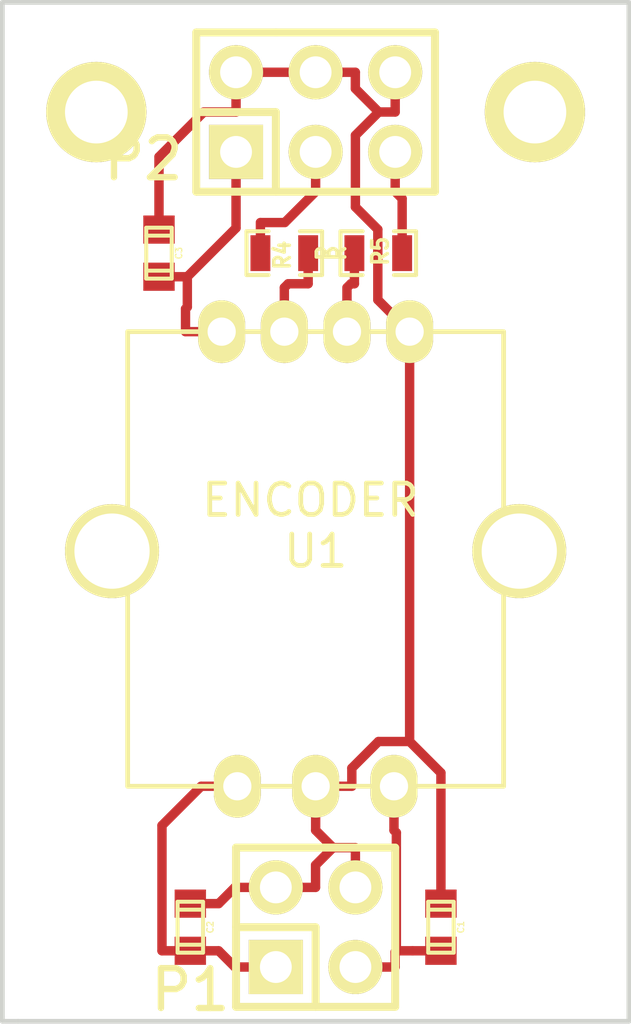
<source format=kicad_pcb>
(kicad_pcb (version 3) (host pcbnew "(2014-04-07 BZR 4791)-product")

  (general
    (links 19)
    (no_connects 0)
    (area 136.831118 83.12092 160.570203 120.2446)
    (thickness 1.6)
    (drawings 5)
    (tracks 70)
    (zones 0)
    (modules 10)
    (nets 11)
  )

  (page A4)
  (layers
    (15 F.Cu signal)
    (0 B.Cu signal)
    (16 B.Adhes user)
    (17 F.Adhes user)
    (18 B.Paste user)
    (19 F.Paste user)
    (20 B.SilkS user)
    (21 F.SilkS user)
    (22 B.Mask user)
    (23 F.Mask user)
    (24 Dwgs.User user)
    (25 Cmts.User user)
    (26 Eco1.User user)
    (27 Eco2.User user)
    (28 Edge.Cuts user)
  )

  (setup
    (last_trace_width 0.3)
    (trace_clearance 0.254)
    (zone_clearance 0.508)
    (zone_45_only no)
    (trace_min 0.254)
    (segment_width 0.2)
    (edge_width 0.15)
    (via_size 0.889)
    (via_drill 0.635)
    (via_min_size 0.889)
    (via_min_drill 0.508)
    (uvia_size 0.508)
    (uvia_drill 0.127)
    (uvias_allowed no)
    (uvia_min_size 0.508)
    (uvia_min_drill 0.127)
    (pcb_text_width 0.3)
    (pcb_text_size 1 1)
    (mod_edge_width 0.15)
    (mod_text_size 1 1)
    (mod_text_width 0.15)
    (pad_size 3.2004 3.2004)
    (pad_drill 2)
    (pad_to_mask_clearance 0)
    (aux_axis_origin 0 0)
    (visible_elements FFFFFF7F)
    (pcbplotparams
      (layerselection 270565376)
      (usegerberextensions true)
      (excludeedgelayer true)
      (linewidth 0.150000)
      (plotframeref false)
      (viasonmask false)
      (mode 1)
      (useauxorigin false)
      (hpglpennumber 1)
      (hpglpenspeed 20)
      (hpglpendiameter 15)
      (hpglpenoverlay 2)
      (psnegative false)
      (psa4output false)
      (plotreference true)
      (plotvalue true)
      (plotothertext true)
      (plotinvisibletext false)
      (padsonsilk false)
      (subtractmaskfromsilk false)
      (outputformat 1)
      (mirror false)
      (drillshape 0)
      (scaleselection 1)
      (outputdirectory ENCO_OUT/))
  )

  (net 0 "")
  (net 1 GND)
  (net 2 "Net-(C1-Pad1)")
  (net 3 "Net-(C2-Pad1)")
  (net 4 "Net-(C3-Pad1)")
  (net 5 "Net-(R4-Pad1)")
  (net 6 "Net-(R5-Pad1)")
  (net 7 "Net-(P2-Pad3)")
  (net 8 "Net-(P2-Pad5)")
  (net 9 "Net-(P3-Pad1)")
  (net 10 "Net-(P4-Pad1)")

  (net_class Default "This is the default net class."
    (clearance 0.254)
    (trace_width 0.3)
    (via_dia 0.889)
    (via_drill 0.635)
    (uvia_dia 0.508)
    (uvia_drill 0.127)
    (add_net GND)
    (add_net "Net-(C1-Pad1)")
    (add_net "Net-(C2-Pad1)")
    (add_net "Net-(C3-Pad1)")
    (add_net "Net-(P2-Pad3)")
    (add_net "Net-(P2-Pad5)")
    (add_net "Net-(P3-Pad1)")
    (add_net "Net-(P4-Pad1)")
    (add_net "Net-(R4-Pad1)")
    (add_net "Net-(R5-Pad1)")
  )

  (module Capacitors_SMD:c_0603 (layer F.Cu) (tedit 5300EF41) (tstamp 5300EFB2)
    (at 152.5 117 270)
    (descr "SMT capacitor, 0603")
    (path /5300EC97)
    (fp_text reference C1 (at 0 -0.635 270) (layer F.SilkS)
      (effects (font (size 0.20066 0.20066) (thickness 0.04064)))
    )
    (fp_text value C (at 0 0.635 270) (layer F.SilkS) hide
      (effects (font (size 0.20066 0.20066) (thickness 0.04064)))
    )
    (fp_line (start 0.5588 0.4064) (end 0.5588 -0.4064) (layer F.SilkS) (width 0.127))
    (fp_line (start -0.5588 -0.381) (end -0.5588 0.4064) (layer F.SilkS) (width 0.127))
    (fp_line (start -0.8128 -0.4064) (end 0.8128 -0.4064) (layer F.SilkS) (width 0.127))
    (fp_line (start 0.8128 -0.4064) (end 0.8128 0.4064) (layer F.SilkS) (width 0.127))
    (fp_line (start 0.8128 0.4064) (end -0.8128 0.4064) (layer F.SilkS) (width 0.127))
    (fp_line (start -0.8128 0.4064) (end -0.8128 -0.4064) (layer F.SilkS) (width 0.127))
    (pad 1 smd rect (at 0.75184 0 270) (size 0.89916 1.00076) (layers F.Cu F.Paste F.Mask)
      (net 2 "Net-(C1-Pad1)"))
    (pad 2 smd rect (at -0.75184 0 270) (size 0.89916 1.00076) (layers F.Cu F.Paste F.Mask)
      (net 1 GND))
    (model smd/capacitors/c_0603.wrl
      (at (xyz 0 0 0))
      (scale (xyz 1 1 1))
      (rotate (xyz 0 0 0))
    )
  )

  (module Capacitors_SMD:c_0603 (layer F.Cu) (tedit 5300EF41) (tstamp 5300EFBE)
    (at 144.5 117 270)
    (descr "SMT capacitor, 0603")
    (path /5300ECA2)
    (fp_text reference C2 (at 0 -0.635 270) (layer F.SilkS)
      (effects (font (size 0.20066 0.20066) (thickness 0.04064)))
    )
    (fp_text value C (at 0 0.635 270) (layer F.SilkS) hide
      (effects (font (size 0.20066 0.20066) (thickness 0.04064)))
    )
    (fp_line (start 0.5588 0.4064) (end 0.5588 -0.4064) (layer F.SilkS) (width 0.127))
    (fp_line (start -0.5588 -0.381) (end -0.5588 0.4064) (layer F.SilkS) (width 0.127))
    (fp_line (start -0.8128 -0.4064) (end 0.8128 -0.4064) (layer F.SilkS) (width 0.127))
    (fp_line (start 0.8128 -0.4064) (end 0.8128 0.4064) (layer F.SilkS) (width 0.127))
    (fp_line (start 0.8128 0.4064) (end -0.8128 0.4064) (layer F.SilkS) (width 0.127))
    (fp_line (start -0.8128 0.4064) (end -0.8128 -0.4064) (layer F.SilkS) (width 0.127))
    (pad 1 smd rect (at 0.75184 0 270) (size 0.89916 1.00076) (layers F.Cu F.Paste F.Mask)
      (net 3 "Net-(C2-Pad1)"))
    (pad 2 smd rect (at -0.75184 0 270) (size 0.89916 1.00076) (layers F.Cu F.Paste F.Mask)
      (net 1 GND))
    (model smd/capacitors/c_0603.wrl
      (at (xyz 0 0 0))
      (scale (xyz 1 1 1))
      (rotate (xyz 0 0 0))
    )
  )

  (module Capacitors_SMD:c_0603 (layer F.Cu) (tedit 5300EF41) (tstamp 5300EFCA)
    (at 143.5 95.5 270)
    (descr "SMT capacitor, 0603")
    (path /5300EB0E)
    (fp_text reference C3 (at 0 -0.635 270) (layer F.SilkS)
      (effects (font (size 0.20066 0.20066) (thickness 0.04064)))
    )
    (fp_text value C (at 0 0.635 270) (layer F.SilkS) hide
      (effects (font (size 0.20066 0.20066) (thickness 0.04064)))
    )
    (fp_line (start 0.5588 0.4064) (end 0.5588 -0.4064) (layer F.SilkS) (width 0.127))
    (fp_line (start -0.5588 -0.381) (end -0.5588 0.4064) (layer F.SilkS) (width 0.127))
    (fp_line (start -0.8128 -0.4064) (end 0.8128 -0.4064) (layer F.SilkS) (width 0.127))
    (fp_line (start 0.8128 -0.4064) (end 0.8128 0.4064) (layer F.SilkS) (width 0.127))
    (fp_line (start 0.8128 0.4064) (end -0.8128 0.4064) (layer F.SilkS) (width 0.127))
    (fp_line (start -0.8128 0.4064) (end -0.8128 -0.4064) (layer F.SilkS) (width 0.127))
    (pad 1 smd rect (at 0.75184 0 270) (size 0.89916 1.00076) (layers F.Cu F.Paste F.Mask)
      (net 4 "Net-(C3-Pad1)"))
    (pad 2 smd rect (at -0.75184 0 270) (size 0.89916 1.00076) (layers F.Cu F.Paste F.Mask)
      (net 1 GND))
    (model smd/capacitors/c_0603.wrl
      (at (xyz 0 0 0))
      (scale (xyz 1 1 1))
      (rotate (xyz 0 0 0))
    )
  )

  (module SMD_Packages:SM0603_Resistor (layer F.Cu) (tedit 5300EF40) (tstamp 5300F013)
    (at 147.5 95.5 180)
    (path /5300EA42)
    (attr smd)
    (fp_text reference R4 (at 0.0635 -0.0635 270) (layer F.SilkS)
      (effects (font (size 0.50038 0.4572) (thickness 0.1143)))
    )
    (fp_text value R (at -1.69926 0 270) (layer F.SilkS)
      (effects (font (size 0.508 0.4572) (thickness 0.1143)))
    )
    (fp_line (start -0.50038 -0.6985) (end -1.2065 -0.6985) (layer F.SilkS) (width 0.127))
    (fp_line (start -1.2065 -0.6985) (end -1.2065 0.6985) (layer F.SilkS) (width 0.127))
    (fp_line (start -1.2065 0.6985) (end -0.50038 0.6985) (layer F.SilkS) (width 0.127))
    (fp_line (start 1.2065 -0.6985) (end 0.50038 -0.6985) (layer F.SilkS) (width 0.127))
    (fp_line (start 1.2065 -0.6985) (end 1.2065 0.6985) (layer F.SilkS) (width 0.127))
    (fp_line (start 1.2065 0.6985) (end 0.50038 0.6985) (layer F.SilkS) (width 0.127))
    (pad 1 smd rect (at -0.762 0 180) (size 0.635 1.143) (layers F.Cu F.Paste F.Mask)
      (net 5 "Net-(R4-Pad1)"))
    (pad 2 smd rect (at 0.762 0 180) (size 0.635 1.143) (layers F.Cu F.Paste F.Mask)
      (net 7 "Net-(P2-Pad3)"))
    (model smd\resistors\R0603.wrl
      (at (xyz 0 0 0.001))
      (scale (xyz 0.5 0.5 0.5))
      (rotate (xyz 0 0 0))
    )
  )

  (module SMD_Packages:SM0603_Resistor (layer F.Cu) (tedit 5300EF40) (tstamp 5300F01F)
    (at 150.5 95.5)
    (path /5300EA09)
    (attr smd)
    (fp_text reference R5 (at 0.0635 -0.0635 90) (layer F.SilkS)
      (effects (font (size 0.50038 0.4572) (thickness 0.1143)))
    )
    (fp_text value R (at -1.69926 0 90) (layer F.SilkS)
      (effects (font (size 0.508 0.4572) (thickness 0.1143)))
    )
    (fp_line (start -0.50038 -0.6985) (end -1.2065 -0.6985) (layer F.SilkS) (width 0.127))
    (fp_line (start -1.2065 -0.6985) (end -1.2065 0.6985) (layer F.SilkS) (width 0.127))
    (fp_line (start -1.2065 0.6985) (end -0.50038 0.6985) (layer F.SilkS) (width 0.127))
    (fp_line (start 1.2065 -0.6985) (end 0.50038 -0.6985) (layer F.SilkS) (width 0.127))
    (fp_line (start 1.2065 -0.6985) (end 1.2065 0.6985) (layer F.SilkS) (width 0.127))
    (fp_line (start 1.2065 0.6985) (end 0.50038 0.6985) (layer F.SilkS) (width 0.127))
    (pad 1 smd rect (at -0.762 0) (size 0.635 1.143) (layers F.Cu F.Paste F.Mask)
      (net 6 "Net-(R5-Pad1)"))
    (pad 2 smd rect (at 0.762 0) (size 0.635 1.143) (layers F.Cu F.Paste F.Mask)
      (net 8 "Net-(P2-Pad5)"))
    (model smd\resistors\R0603.wrl
      (at (xyz 0 0 0.001))
      (scale (xyz 0.5 0.5 0.5))
      (rotate (xyz 0 0 0))
    )
  )

  (module fg_footprints:MERP12_2412BG (layer F.Cu) (tedit 5300F1EB) (tstamp 5300F030)
    (at 148.501 105.004)
    (path /5300E8DF)
    (fp_text reference U1 (at 0 0) (layer F.SilkS)
      (effects (font (size 1 1) (thickness 0.15)))
    )
    (fp_text value ENCODER (at -0.1651 -1.6256) (layer F.SilkS)
      (effects (font (size 1 1) (thickness 0.15)))
    )
    (fp_line (start -6 -7) (end 6 -7) (layer F.SilkS) (width 0.15))
    (fp_line (start 6 -7) (end 6 7.5) (layer F.SilkS) (width 0.15))
    (fp_line (start 6 7.5) (end -6 7.5) (layer F.SilkS) (width 0.15))
    (fp_line (start -6 7.5) (end -6 -7) (layer F.SilkS) (width 0.15))
    (pad 1 thru_hole oval (at 3 -7) (size 1.5 2) (drill 0.9) (layers *.Cu *.Mask F.SilkS)
      (net 1 GND))
    (pad 2 thru_hole oval (at 1 -7) (size 1.5 2) (drill 0.9) (layers *.Cu *.Mask F.SilkS)
      (net 6 "Net-(R5-Pad1)"))
    (pad 3 thru_hole oval (at -1 -7) (size 1.5 2) (drill 0.9) (layers *.Cu *.Mask F.SilkS)
      (net 5 "Net-(R4-Pad1)"))
    (pad 4 thru_hole oval (at -3 -7) (size 1.5 2) (drill 0.9) (layers *.Cu *.Mask F.SilkS)
      (net 4 "Net-(C3-Pad1)"))
    (pad 5 thru_hole oval (at -2.5 7.5) (size 1.5 2) (drill 0.9) (layers *.Cu *.Mask F.SilkS)
      (net 3 "Net-(C2-Pad1)"))
    (pad 6 thru_hole oval (at 0 7.5) (size 1.5 2) (drill 0.9) (layers *.Cu *.Mask F.SilkS)
      (net 1 GND))
    (pad 7 thru_hole oval (at 2.5 7.5) (size 1.5 2) (drill 0.9) (layers *.Cu *.Mask F.SilkS)
      (net 2 "Net-(C1-Pad1)"))
    (pad "" thru_hole circle (at -6.5 0) (size 3 3) (drill 2.4) (layers *.Cu *.Mask F.SilkS))
    (pad "" thru_hole circle (at 6.5 0) (size 3 3) (drill 2.4) (layers *.Cu *.Mask F.SilkS))
  )

  (module Pin_Headers:Pin_Header_Straight_2x03 (layer F.Cu) (tedit 534973A7) (tstamp 53496ED1)
    (at 148.5 91)
    (descr "1 pin")
    (tags "CONN DEV")
    (path /534918F5)
    (fp_text reference P2 (at -5.5 1.5) (layer F.SilkS)
      (effects (font (size 1.27 1.27) (thickness 0.2032)))
    )
    (fp_text value CONN_3X2 (at 0 0) (layer F.SilkS) hide
      (effects (font (size 1.27 1.27) (thickness 0.2032)))
    )
    (fp_line (start -3.81 0) (end -1.27 0) (layer F.SilkS) (width 0.254))
    (fp_line (start -1.27 0) (end -1.27 2.54) (layer F.SilkS) (width 0.254))
    (fp_line (start -3.81 2.54) (end 3.81 2.54) (layer F.SilkS) (width 0.254))
    (fp_line (start 3.81 2.54) (end 3.81 -2.54) (layer F.SilkS) (width 0.254))
    (fp_line (start 3.81 -2.54) (end -1.27 -2.54) (layer F.SilkS) (width 0.254))
    (fp_line (start -3.81 2.54) (end -3.81 0) (layer F.SilkS) (width 0.254))
    (fp_line (start -3.81 -2.54) (end -3.81 0) (layer F.SilkS) (width 0.254))
    (fp_line (start -1.27 -2.54) (end -3.81 -2.54) (layer F.SilkS) (width 0.254))
    (pad 1 thru_hole rect (at -2.54 1.27) (size 1.7272 1.7272) (drill 1.016) (layers *.Cu *.Mask F.SilkS)
      (net 4 "Net-(C3-Pad1)"))
    (pad 2 thru_hole oval (at -2.54 -1.27) (size 1.7272 1.7272) (drill 1.016) (layers *.Cu *.Mask F.SilkS)
      (net 1 GND))
    (pad 3 thru_hole oval (at 0 1.27) (size 1.7272 1.7272) (drill 1.016) (layers *.Cu *.Mask F.SilkS)
      (net 7 "Net-(P2-Pad3)"))
    (pad 4 thru_hole oval (at 0 -1.27) (size 1.7272 1.7272) (drill 1.016) (layers *.Cu *.Mask F.SilkS)
      (net 1 GND))
    (pad 5 thru_hole oval (at 2.54 1.27) (size 1.7272 1.7272) (drill 1.016) (layers *.Cu *.Mask F.SilkS)
      (net 8 "Net-(P2-Pad5)"))
    (pad 6 thru_hole oval (at 2.54 -1.27) (size 1.7272 1.7272) (drill 1.016) (layers *.Cu *.Mask F.SilkS)
      (net 1 GND))
    (model Pin_Headers/Pin_Header_Straight_2x03.wrl
      (at (xyz 0 0 0))
      (scale (xyz 1 1 1))
      (rotate (xyz 0 0 0))
    )
  )

  (module Saul:Mhole (layer F.Cu) (tedit 534BEDBA) (tstamp 53496ED6)
    (at 155.5 91)
    (path /53496D73)
    (fp_text reference P3 (at 0.44958 -4.09956) (layer F.SilkS) hide
      (effects (font (thickness 0.3048)))
    )
    (fp_text value CONN_1 (at 0.20066 -6.10108) (layer F.SilkS) hide
      (effects (font (thickness 0.3048)))
    )
    (pad 1 thru_hole circle (at 0 0) (size 3.2004 3.2004) (drill 2) (layers *.Cu *.Mask F.SilkS)
      (net 9 "Net-(P3-Pad1)") (clearance 1.00076))
  )

  (module Saul:Mhole (layer F.Cu) (tedit 534BEDB4) (tstamp 53496EDB)
    (at 141.5 91)
    (path /53496D85)
    (fp_text reference P4 (at 0.44958 -4.09956) (layer F.SilkS) hide
      (effects (font (thickness 0.3048)))
    )
    (fp_text value CONN_1 (at 0.20066 -6.10108) (layer F.SilkS) hide
      (effects (font (thickness 0.3048)))
    )
    (pad 1 thru_hole circle (at 0 0) (size 3.2004 3.2004) (drill 2) (layers *.Cu *.Mask F.SilkS)
      (net 10 "Net-(P4-Pad1)") (clearance 1.00076))
  )

  (module Pin_Headers:Pin_Header_Straight_2x02 (layer F.Cu) (tedit 53497399) (tstamp 53496F45)
    (at 148.5 117)
    (descr "1 pin")
    (tags "CONN DEV")
    (path /534916F7)
    (fp_text reference P1 (at -4 2) (layer F.SilkS)
      (effects (font (size 1.27 1.27) (thickness 0.2032)))
    )
    (fp_text value CONN_2X2 (at 0 0) (layer F.SilkS) hide
      (effects (font (size 1.27 1.27) (thickness 0.2032)))
    )
    (fp_line (start -2.54 0) (end -2.54 2.54) (layer F.SilkS) (width 0.254))
    (fp_line (start -2.54 2.54) (end 0 2.54) (layer F.SilkS) (width 0.254))
    (fp_line (start 0 2.54) (end 0 0) (layer F.SilkS) (width 0.254))
    (fp_line (start 0 0) (end -2.54 0) (layer F.SilkS) (width 0.254))
    (fp_line (start -2.54 0) (end -2.54 -2.54) (layer F.SilkS) (width 0.254))
    (fp_line (start -2.54 -2.54) (end 2.54 -2.54) (layer F.SilkS) (width 0.254))
    (fp_line (start 2.54 -2.54) (end 2.54 2.54) (layer F.SilkS) (width 0.254))
    (fp_line (start 2.54 2.54) (end 0 2.54) (layer F.SilkS) (width 0.254))
    (pad 1 thru_hole rect (at -1.27 1.27) (size 1.7272 1.7272) (drill 1.016) (layers *.Cu *.Mask F.SilkS)
      (net 3 "Net-(C2-Pad1)"))
    (pad 2 thru_hole oval (at -1.27 -1.27) (size 1.7272 1.7272) (drill 1.016) (layers *.Cu *.Mask F.SilkS)
      (net 1 GND))
    (pad 3 thru_hole oval (at 1.27 1.27) (size 1.7272 1.7272) (drill 1.016) (layers *.Cu *.Mask F.SilkS)
      (net 2 "Net-(C1-Pad1)"))
    (pad 4 thru_hole oval (at 1.27 -1.27) (size 1.7272 1.7272) (drill 1.016) (layers *.Cu *.Mask F.SilkS)
      (net 1 GND))
    (model Pin_Headers/Pin_Header_Straight_2x02.wrl
      (at (xyz 0 0 0))
      (scale (xyz 1 1 1))
      (rotate (xyz 0 0 0))
    )
  )

  (gr_line (start 138.5 120) (end 138.5 87.5) (angle 90) (layer Edge.Cuts) (width 0.15))
  (gr_line (start 139 120) (end 138.5 120) (angle 90) (layer Edge.Cuts) (width 0.15))
  (gr_line (start 158.5 120) (end 139 120) (angle 90) (layer Edge.Cuts) (width 0.15))
  (gr_line (start 158.5 87.5) (end 158.5 120) (angle 90) (layer Edge.Cuts) (width 0.15))
  (gr_line (start 138.5 87.5) (end 158.5 87.5) (angle 90) (layer Edge.Cuts) (width 0.15))

  (segment (start 150.5146 90.9979) (end 151.04 90.9979) (width 0.3) (layer F.Cu) (net 1))
  (segment (start 151.501 98.004) (end 150.4856 96.9886) (width 0.3) (layer F.Cu) (net 1))
  (segment (start 150.4856 96.9886) (end 150.4856 94.7422) (width 0.3) (layer F.Cu) (net 1))
  (segment (start 150.4856 94.7422) (end 149.77 94.0266) (width 0.3) (layer F.Cu) (net 1))
  (segment (start 149.77 94.0266) (end 149.77 91.7425) (width 0.3) (layer F.Cu) (net 1))
  (segment (start 149.77 91.7425) (end 150.5146 90.9979) (width 0.3) (layer F.Cu) (net 1))
  (segment (start 150.5146 90.9979) (end 149.7679 90.2512) (width 0.3) (layer F.Cu) (net 1))
  (segment (start 149.7679 90.2512) (end 149.7679 89.73) (width 0.3) (layer F.Cu) (net 1))
  (segment (start 148.5 89.73) (end 149.7679 89.73) (width 0.3) (layer F.Cu) (net 1))
  (segment (start 151.04 89.73) (end 151.04 90.9979) (width 0.3) (layer F.Cu) (net 1))
  (segment (start 151.501 111.077) (end 151.501 98.004) (width 0.3) (layer F.Cu) (net 1))
  (segment (start 149.0548 114.4621) (end 148.501 113.9083) (width 0.3) (layer F.Cu) (net 1))
  (segment (start 149.77 114.4621) (end 149.0548 114.4621) (width 0.3) (layer F.Cu) (net 1))
  (segment (start 149.0548 114.4621) (end 148.4979 115.019) (width 0.3) (layer F.Cu) (net 1))
  (segment (start 148.4979 115.019) (end 148.4979 115.73) (width 0.3) (layer F.Cu) (net 1))
  (segment (start 147.23 115.73) (end 148.4979 115.73) (width 0.3) (layer F.Cu) (net 1))
  (segment (start 144.5 116.2482) (end 145.4047 116.2482) (width 0.3) (layer F.Cu) (net 1))
  (segment (start 147.23 115.73) (end 145.9229 115.73) (width 0.3) (layer F.Cu) (net 1))
  (segment (start 145.9229 115.73) (end 145.4047 116.2482) (width 0.3) (layer F.Cu) (net 1))
  (segment (start 148.501 112.504) (end 149.6553 112.504) (width 0.3) (layer F.Cu) (net 1))
  (segment (start 151.501 111.077) (end 152.5 112.076) (width 0.3) (layer F.Cu) (net 1))
  (segment (start 152.5 112.076) (end 152.5 116.2482) (width 0.3) (layer F.Cu) (net 1))
  (segment (start 149.6553 112.504) (end 149.6553 111.9268) (width 0.3) (layer F.Cu) (net 1))
  (segment (start 149.6553 111.9268) (end 150.5051 111.077) (width 0.3) (layer F.Cu) (net 1))
  (segment (start 150.5051 111.077) (end 151.501 111.077) (width 0.3) (layer F.Cu) (net 1))
  (segment (start 148.501 113.0088) (end 148.501 112.504) (width 0.3) (layer F.Cu) (net 1))
  (segment (start 148.501 113.0088) (end 148.501 113.9083) (width 0.3) (layer F.Cu) (net 1))
  (segment (start 149.77 115.73) (end 149.77 114.4621) (width 0.3) (layer F.Cu) (net 1))
  (segment (start 145.96 89.73) (end 145.96 90.9979) (width 0.3) (layer F.Cu) (net 1))
  (segment (start 145.96 90.9979) (end 144.9298 90.9979) (width 0.3) (layer F.Cu) (net 1))
  (segment (start 144.9298 90.9979) (end 143.5 92.4277) (width 0.3) (layer F.Cu) (net 1))
  (segment (start 143.5 92.4277) (end 143.5 94.7482) (width 0.3) (layer F.Cu) (net 1))
  (segment (start 148.5 89.73) (end 145.96 89.73) (width 0.3) (layer F.Cu) (net 1))
  (segment (start 149.77 118.27) (end 151.0379 118.27) (width 0.3) (layer F.Cu) (net 2))
  (segment (start 151.0775 117.7518) (end 151.5953 117.7518) (width 0.3) (layer F.Cu) (net 2))
  (segment (start 151.0379 118.27) (end 151.0379 117.7914) (width 0.3) (layer F.Cu) (net 2))
  (segment (start 151.0379 117.7914) (end 151.0775 117.7518) (width 0.3) (layer F.Cu) (net 2))
  (segment (start 151.001 113.9083) (end 151.0775 113.9848) (width 0.3) (layer F.Cu) (net 2))
  (segment (start 151.0775 113.9848) (end 151.0775 117.7518) (width 0.3) (layer F.Cu) (net 2))
  (segment (start 151.001 112.504) (end 151.001 113.9083) (width 0.3) (layer F.Cu) (net 2))
  (segment (start 152.5 117.7518) (end 151.5953 117.7518) (width 0.3) (layer F.Cu) (net 2))
  (segment (start 144.5 117.7518) (end 143.5953 117.7518) (width 0.3) (layer F.Cu) (net 3))
  (segment (start 146.001 112.504) (end 144.8467 112.504) (width 0.3) (layer F.Cu) (net 3))
  (segment (start 144.8467 112.504) (end 143.5953 113.7554) (width 0.3) (layer F.Cu) (net 3))
  (segment (start 143.5953 113.7554) (end 143.5953 117.7518) (width 0.3) (layer F.Cu) (net 3))
  (segment (start 144.5 117.7518) (end 145.4047 117.7518) (width 0.3) (layer F.Cu) (net 3))
  (segment (start 147.23 118.27) (end 145.9229 118.27) (width 0.3) (layer F.Cu) (net 3))
  (segment (start 145.9229 118.27) (end 145.4047 117.7518) (width 0.3) (layer F.Cu) (net 3))
  (segment (start 145.501 98.004) (end 144.3467 98.004) (width 0.3) (layer F.Cu) (net 4))
  (segment (start 144.3467 98.004) (end 144.3467 97.2758) (width 0.3) (layer F.Cu) (net 4))
  (segment (start 144.3467 97.2758) (end 144.4047 97.2178) (width 0.3) (layer F.Cu) (net 4))
  (segment (start 144.4047 97.2178) (end 144.4047 96.2518) (width 0.3) (layer F.Cu) (net 4))
  (segment (start 143.5 96.2518) (end 144.4047 96.2518) (width 0.3) (layer F.Cu) (net 4))
  (segment (start 145.96 92.27) (end 145.96 94.6965) (width 0.3) (layer F.Cu) (net 4))
  (segment (start 145.96 94.6965) (end 144.4047 96.2518) (width 0.3) (layer F.Cu) (net 4))
  (segment (start 148.262 95.5) (end 148.262 96.4758) (width 0.3) (layer F.Cu) (net 5))
  (segment (start 147.501 98.004) (end 147.501 96.5997) (width 0.3) (layer F.Cu) (net 5))
  (segment (start 147.501 96.5997) (end 147.6249 96.4758) (width 0.3) (layer F.Cu) (net 5))
  (segment (start 147.6249 96.4758) (end 148.262 96.4758) (width 0.3) (layer F.Cu) (net 5))
  (segment (start 149.738 95.5) (end 149.738 96.4758) (width 0.3) (layer F.Cu) (net 6))
  (segment (start 149.501 98.004) (end 149.501 96.5997) (width 0.3) (layer F.Cu) (net 6))
  (segment (start 149.501 96.5997) (end 149.6249 96.4758) (width 0.3) (layer F.Cu) (net 6))
  (segment (start 149.6249 96.4758) (end 149.738 96.4758) (width 0.3) (layer F.Cu) (net 6))
  (segment (start 146.738 95.5) (end 146.738 94.5242) (width 0.3) (layer F.Cu) (net 7))
  (segment (start 148.5 92.27) (end 148.5 93.5379) (width 0.3) (layer F.Cu) (net 7))
  (segment (start 148.5 93.5379) (end 147.5137 94.5242) (width 0.3) (layer F.Cu) (net 7))
  (segment (start 147.5137 94.5242) (end 146.738 94.5242) (width 0.3) (layer F.Cu) (net 7))
  (segment (start 151.04 92.27) (end 151.04 93.5379) (width 0.3) (layer F.Cu) (net 8))
  (segment (start 151.04 93.5379) (end 151.262 93.7599) (width 0.3) (layer F.Cu) (net 8))
  (segment (start 151.262 93.7599) (end 151.262 95.5) (width 0.3) (layer F.Cu) (net 8))

)

</source>
